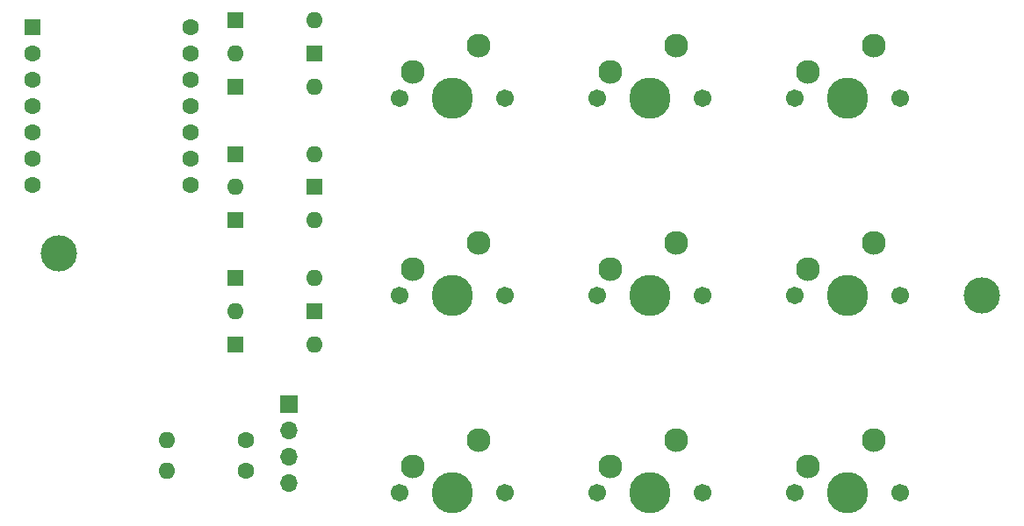
<source format=gbr>
%TF.GenerationSoftware,KiCad,Pcbnew,8.0.5+1*%
%TF.CreationDate,2024-10-20T23:16:08-06:00*%
%TF.ProjectId,Hackpad,4861636b-7061-4642-9e6b-696361645f70,rev?*%
%TF.SameCoordinates,Original*%
%TF.FileFunction,Soldermask,Bot*%
%TF.FilePolarity,Negative*%
%FSLAX46Y46*%
G04 Gerber Fmt 4.6, Leading zero omitted, Abs format (unit mm)*
G04 Created by KiCad (PCBNEW 8.0.5+1) date 2024-10-20 23:16:08*
%MOMM*%
%LPD*%
G01*
G04 APERTURE LIST*
%ADD10C,1.701800*%
%ADD11C,3.987800*%
%ADD12C,2.300000*%
%ADD13R,1.600000X1.600000*%
%ADD14O,1.600000X1.600000*%
%ADD15C,3.500000*%
%ADD16C,1.600000*%
%ADD17R,1.700000X1.700000*%
%ADD18O,1.700000X1.700000*%
G04 APERTURE END LIST*
D10*
%TO.C,SW6*%
X71870000Y-63100000D03*
D11*
X76950000Y-63100000D03*
D10*
X82030000Y-63100000D03*
D12*
X73140000Y-60560000D03*
X79490000Y-58020000D03*
%TD*%
D13*
%TO.C,D3*%
X37000000Y-42370000D03*
D14*
X44620000Y-42370000D03*
%TD*%
D10*
%TO.C,SW1*%
X52820000Y-25000000D03*
D11*
X57900000Y-25000000D03*
D10*
X62980000Y-25000000D03*
D12*
X54090000Y-22460000D03*
X60440000Y-19920000D03*
%TD*%
D13*
%TO.C,D2*%
X37000000Y-30370000D03*
D14*
X44620000Y-30370000D03*
%TD*%
D13*
%TO.C,D4*%
X44620000Y-20670000D03*
D14*
X37000000Y-20670000D03*
%TD*%
D10*
%TO.C,SW7*%
X90920000Y-25000000D03*
D11*
X96000000Y-25000000D03*
D10*
X101080000Y-25000000D03*
D12*
X92190000Y-22460000D03*
X98540000Y-19920000D03*
%TD*%
D13*
%TO.C,D6*%
X44620000Y-45570000D03*
D14*
X37000000Y-45570000D03*
%TD*%
D10*
%TO.C,SW2*%
X52820000Y-44050000D03*
D11*
X57900000Y-44050000D03*
D10*
X62980000Y-44050000D03*
D12*
X54090000Y-41510000D03*
X60440000Y-38970000D03*
%TD*%
D10*
%TO.C,SW5*%
X71870000Y-44050000D03*
D11*
X76950000Y-44050000D03*
D10*
X82030000Y-44050000D03*
D12*
X73140000Y-41510000D03*
X79490000Y-38970000D03*
%TD*%
D15*
%TO.C,REF\u002A\u002A*%
X20000000Y-40000000D03*
%TD*%
D13*
%TO.C,D8*%
X37000000Y-36770000D03*
D14*
X44620000Y-36770000D03*
%TD*%
D16*
%TO.C,R1*%
X38000000Y-58000000D03*
D14*
X30380000Y-58000000D03*
%TD*%
D10*
%TO.C,SW8*%
X90920000Y-44050000D03*
D11*
X96000000Y-44050000D03*
D10*
X101080000Y-44050000D03*
D12*
X92190000Y-41510000D03*
X98540000Y-38970000D03*
%TD*%
D17*
%TO.C,SSD1306*%
X42190000Y-54500000D03*
D18*
X42190000Y-57040000D03*
X42190000Y-59580000D03*
X42190000Y-62120000D03*
%TD*%
D10*
%TO.C,SW9*%
X90920000Y-63100000D03*
D11*
X96000000Y-63100000D03*
D10*
X101080000Y-63100000D03*
D12*
X92190000Y-60560000D03*
X98540000Y-58020000D03*
%TD*%
D10*
%TO.C,SW4*%
X71870000Y-25000000D03*
D11*
X76950000Y-25000000D03*
D10*
X82030000Y-25000000D03*
D12*
X73140000Y-22460000D03*
X79490000Y-19920000D03*
%TD*%
D13*
%TO.C,D9*%
X37000000Y-48770000D03*
D14*
X44620000Y-48770000D03*
%TD*%
D16*
%TO.C,R2*%
X38000000Y-61000000D03*
D14*
X30380000Y-61000000D03*
%TD*%
D15*
%TO.C,REF\u002A\u002A*%
X109000000Y-44000000D03*
%TD*%
D13*
%TO.C,D7*%
X37000000Y-23870000D03*
D14*
X44620000Y-23870000D03*
%TD*%
D13*
%TO.C,U1*%
X17480000Y-18105000D03*
D16*
X17480000Y-20645000D03*
X17480000Y-23185000D03*
X17480000Y-25725000D03*
X17480000Y-28265000D03*
X17480000Y-30805000D03*
X17480000Y-33345000D03*
X32720000Y-33345000D03*
X32720000Y-30805000D03*
X32720000Y-28265000D03*
X32720000Y-25725000D03*
X32720000Y-23185000D03*
X32720000Y-20645000D03*
X32720000Y-18105000D03*
%TD*%
D13*
%TO.C,D5*%
X44620000Y-33570000D03*
D14*
X37000000Y-33570000D03*
%TD*%
D13*
%TO.C,D1*%
X37000000Y-17470000D03*
D14*
X44620000Y-17470000D03*
%TD*%
D10*
%TO.C,SW3*%
X52820000Y-63100000D03*
D11*
X57900000Y-63100000D03*
D10*
X62980000Y-63100000D03*
D12*
X54090000Y-60560000D03*
X60440000Y-58020000D03*
%TD*%
M02*

</source>
